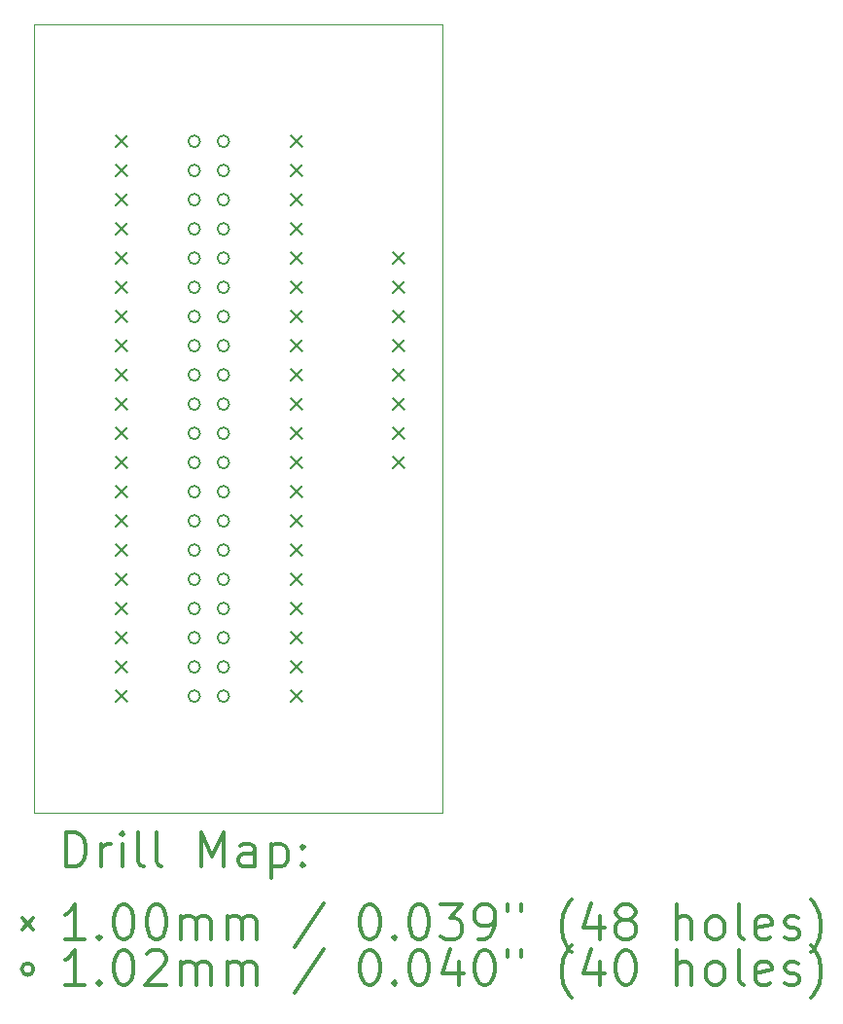
<source format=gbr>
%FSLAX45Y45*%
G04 Gerber Fmt 4.5, Leading zero omitted, Abs format (unit mm)*
G04 Created by KiCad (PCBNEW (5.1.6)-1) date 2020-08-11 03:39:34*
%MOMM*%
%LPD*%
G01*
G04 APERTURE LIST*
%TA.AperFunction,Profile*%
%ADD10C,0.050000*%
%TD*%
%ADD11C,0.200000*%
%ADD12C,0.300000*%
G04 APERTURE END LIST*
D10*
X12192000Y-12827000D02*
X12065000Y-12827000D01*
X12192000Y-5969000D02*
X12065000Y-5969000D01*
X15621000Y-12827000D02*
X14986000Y-12827000D01*
X15621000Y-5969000D02*
X15621000Y-12827000D01*
X15494000Y-5969000D02*
X15621000Y-5969000D01*
X14986000Y-5969000D02*
X15494000Y-5969000D01*
X12065000Y-12827000D02*
X12065000Y-5969000D01*
X14986000Y-12827000D02*
X12192000Y-12827000D01*
X12192000Y-5969000D02*
X14986000Y-5969000D01*
D11*
X12777000Y-6935000D02*
X12877000Y-7035000D01*
X12877000Y-6935000D02*
X12777000Y-7035000D01*
X12777000Y-7189000D02*
X12877000Y-7289000D01*
X12877000Y-7189000D02*
X12777000Y-7289000D01*
X12777000Y-7443000D02*
X12877000Y-7543000D01*
X12877000Y-7443000D02*
X12777000Y-7543000D01*
X12777000Y-7697000D02*
X12877000Y-7797000D01*
X12877000Y-7697000D02*
X12777000Y-7797000D01*
X12777000Y-7951000D02*
X12877000Y-8051000D01*
X12877000Y-7951000D02*
X12777000Y-8051000D01*
X12777000Y-8205000D02*
X12877000Y-8305000D01*
X12877000Y-8205000D02*
X12777000Y-8305000D01*
X12777000Y-8459000D02*
X12877000Y-8559000D01*
X12877000Y-8459000D02*
X12777000Y-8559000D01*
X12777000Y-8713000D02*
X12877000Y-8813000D01*
X12877000Y-8713000D02*
X12777000Y-8813000D01*
X12777000Y-8967000D02*
X12877000Y-9067000D01*
X12877000Y-8967000D02*
X12777000Y-9067000D01*
X12777000Y-9221000D02*
X12877000Y-9321000D01*
X12877000Y-9221000D02*
X12777000Y-9321000D01*
X12777000Y-9475000D02*
X12877000Y-9575000D01*
X12877000Y-9475000D02*
X12777000Y-9575000D01*
X12777000Y-9729000D02*
X12877000Y-9829000D01*
X12877000Y-9729000D02*
X12777000Y-9829000D01*
X12777000Y-9983000D02*
X12877000Y-10083000D01*
X12877000Y-9983000D02*
X12777000Y-10083000D01*
X12777000Y-10237000D02*
X12877000Y-10337000D01*
X12877000Y-10237000D02*
X12777000Y-10337000D01*
X12777000Y-10491000D02*
X12877000Y-10591000D01*
X12877000Y-10491000D02*
X12777000Y-10591000D01*
X12777000Y-10745000D02*
X12877000Y-10845000D01*
X12877000Y-10745000D02*
X12777000Y-10845000D01*
X12777000Y-10999000D02*
X12877000Y-11099000D01*
X12877000Y-10999000D02*
X12777000Y-11099000D01*
X12777000Y-11253000D02*
X12877000Y-11353000D01*
X12877000Y-11253000D02*
X12777000Y-11353000D01*
X12777000Y-11507000D02*
X12877000Y-11607000D01*
X12877000Y-11507000D02*
X12777000Y-11607000D01*
X12777000Y-11761000D02*
X12877000Y-11861000D01*
X12877000Y-11761000D02*
X12777000Y-11861000D01*
X15190000Y-7951000D02*
X15290000Y-8051000D01*
X15290000Y-7951000D02*
X15190000Y-8051000D01*
X15190000Y-8205000D02*
X15290000Y-8305000D01*
X15290000Y-8205000D02*
X15190000Y-8305000D01*
X15190000Y-8459000D02*
X15290000Y-8559000D01*
X15290000Y-8459000D02*
X15190000Y-8559000D01*
X15190000Y-8713000D02*
X15290000Y-8813000D01*
X15290000Y-8713000D02*
X15190000Y-8813000D01*
X15190000Y-8967000D02*
X15290000Y-9067000D01*
X15290000Y-8967000D02*
X15190000Y-9067000D01*
X15190000Y-9221000D02*
X15290000Y-9321000D01*
X15290000Y-9221000D02*
X15190000Y-9321000D01*
X15190000Y-9475000D02*
X15290000Y-9575000D01*
X15290000Y-9475000D02*
X15190000Y-9575000D01*
X15190000Y-9729000D02*
X15290000Y-9829000D01*
X15290000Y-9729000D02*
X15190000Y-9829000D01*
X14301000Y-6935000D02*
X14401000Y-7035000D01*
X14401000Y-6935000D02*
X14301000Y-7035000D01*
X14301000Y-7189000D02*
X14401000Y-7289000D01*
X14401000Y-7189000D02*
X14301000Y-7289000D01*
X14301000Y-7443000D02*
X14401000Y-7543000D01*
X14401000Y-7443000D02*
X14301000Y-7543000D01*
X14301000Y-7697000D02*
X14401000Y-7797000D01*
X14401000Y-7697000D02*
X14301000Y-7797000D01*
X14301000Y-7951000D02*
X14401000Y-8051000D01*
X14401000Y-7951000D02*
X14301000Y-8051000D01*
X14301000Y-8205000D02*
X14401000Y-8305000D01*
X14401000Y-8205000D02*
X14301000Y-8305000D01*
X14301000Y-8459000D02*
X14401000Y-8559000D01*
X14401000Y-8459000D02*
X14301000Y-8559000D01*
X14301000Y-8713000D02*
X14401000Y-8813000D01*
X14401000Y-8713000D02*
X14301000Y-8813000D01*
X14301000Y-8967000D02*
X14401000Y-9067000D01*
X14401000Y-8967000D02*
X14301000Y-9067000D01*
X14301000Y-9221000D02*
X14401000Y-9321000D01*
X14401000Y-9221000D02*
X14301000Y-9321000D01*
X14301000Y-9475000D02*
X14401000Y-9575000D01*
X14401000Y-9475000D02*
X14301000Y-9575000D01*
X14301000Y-9729000D02*
X14401000Y-9829000D01*
X14401000Y-9729000D02*
X14301000Y-9829000D01*
X14301000Y-9983000D02*
X14401000Y-10083000D01*
X14401000Y-9983000D02*
X14301000Y-10083000D01*
X14301000Y-10237000D02*
X14401000Y-10337000D01*
X14401000Y-10237000D02*
X14301000Y-10337000D01*
X14301000Y-10491000D02*
X14401000Y-10591000D01*
X14401000Y-10491000D02*
X14301000Y-10591000D01*
X14301000Y-10745000D02*
X14401000Y-10845000D01*
X14401000Y-10745000D02*
X14301000Y-10845000D01*
X14301000Y-10999000D02*
X14401000Y-11099000D01*
X14401000Y-10999000D02*
X14301000Y-11099000D01*
X14301000Y-11253000D02*
X14401000Y-11353000D01*
X14401000Y-11253000D02*
X14301000Y-11353000D01*
X14301000Y-11507000D02*
X14401000Y-11607000D01*
X14401000Y-11507000D02*
X14301000Y-11607000D01*
X14301000Y-11761000D02*
X14401000Y-11861000D01*
X14401000Y-11761000D02*
X14301000Y-11861000D01*
X13512800Y-6985000D02*
G75*
G03*
X13512800Y-6985000I-50800J0D01*
G01*
X13512800Y-7239000D02*
G75*
G03*
X13512800Y-7239000I-50800J0D01*
G01*
X13512800Y-7493000D02*
G75*
G03*
X13512800Y-7493000I-50800J0D01*
G01*
X13512800Y-7747000D02*
G75*
G03*
X13512800Y-7747000I-50800J0D01*
G01*
X13512800Y-8001000D02*
G75*
G03*
X13512800Y-8001000I-50800J0D01*
G01*
X13512800Y-8255000D02*
G75*
G03*
X13512800Y-8255000I-50800J0D01*
G01*
X13512800Y-8509000D02*
G75*
G03*
X13512800Y-8509000I-50800J0D01*
G01*
X13512800Y-8763000D02*
G75*
G03*
X13512800Y-8763000I-50800J0D01*
G01*
X13512800Y-9017000D02*
G75*
G03*
X13512800Y-9017000I-50800J0D01*
G01*
X13512800Y-9271000D02*
G75*
G03*
X13512800Y-9271000I-50800J0D01*
G01*
X13512800Y-9525000D02*
G75*
G03*
X13512800Y-9525000I-50800J0D01*
G01*
X13512800Y-9779000D02*
G75*
G03*
X13512800Y-9779000I-50800J0D01*
G01*
X13512800Y-10033000D02*
G75*
G03*
X13512800Y-10033000I-50800J0D01*
G01*
X13512800Y-10287000D02*
G75*
G03*
X13512800Y-10287000I-50800J0D01*
G01*
X13512800Y-10541000D02*
G75*
G03*
X13512800Y-10541000I-50800J0D01*
G01*
X13512800Y-10795000D02*
G75*
G03*
X13512800Y-10795000I-50800J0D01*
G01*
X13512800Y-11049000D02*
G75*
G03*
X13512800Y-11049000I-50800J0D01*
G01*
X13512800Y-11303000D02*
G75*
G03*
X13512800Y-11303000I-50800J0D01*
G01*
X13512800Y-11557000D02*
G75*
G03*
X13512800Y-11557000I-50800J0D01*
G01*
X13512800Y-11811000D02*
G75*
G03*
X13512800Y-11811000I-50800J0D01*
G01*
X13766800Y-6985000D02*
G75*
G03*
X13766800Y-6985000I-50800J0D01*
G01*
X13766800Y-7239000D02*
G75*
G03*
X13766800Y-7239000I-50800J0D01*
G01*
X13766800Y-7493000D02*
G75*
G03*
X13766800Y-7493000I-50800J0D01*
G01*
X13766800Y-7747000D02*
G75*
G03*
X13766800Y-7747000I-50800J0D01*
G01*
X13766800Y-8001000D02*
G75*
G03*
X13766800Y-8001000I-50800J0D01*
G01*
X13766800Y-8255000D02*
G75*
G03*
X13766800Y-8255000I-50800J0D01*
G01*
X13766800Y-8509000D02*
G75*
G03*
X13766800Y-8509000I-50800J0D01*
G01*
X13766800Y-8763000D02*
G75*
G03*
X13766800Y-8763000I-50800J0D01*
G01*
X13766800Y-9017000D02*
G75*
G03*
X13766800Y-9017000I-50800J0D01*
G01*
X13766800Y-9271000D02*
G75*
G03*
X13766800Y-9271000I-50800J0D01*
G01*
X13766800Y-9525000D02*
G75*
G03*
X13766800Y-9525000I-50800J0D01*
G01*
X13766800Y-9779000D02*
G75*
G03*
X13766800Y-9779000I-50800J0D01*
G01*
X13766800Y-10033000D02*
G75*
G03*
X13766800Y-10033000I-50800J0D01*
G01*
X13766800Y-10287000D02*
G75*
G03*
X13766800Y-10287000I-50800J0D01*
G01*
X13766800Y-10541000D02*
G75*
G03*
X13766800Y-10541000I-50800J0D01*
G01*
X13766800Y-10795000D02*
G75*
G03*
X13766800Y-10795000I-50800J0D01*
G01*
X13766800Y-11049000D02*
G75*
G03*
X13766800Y-11049000I-50800J0D01*
G01*
X13766800Y-11303000D02*
G75*
G03*
X13766800Y-11303000I-50800J0D01*
G01*
X13766800Y-11557000D02*
G75*
G03*
X13766800Y-11557000I-50800J0D01*
G01*
X13766800Y-11811000D02*
G75*
G03*
X13766800Y-11811000I-50800J0D01*
G01*
D12*
X12348928Y-13295214D02*
X12348928Y-12995214D01*
X12420357Y-12995214D01*
X12463214Y-13009500D01*
X12491786Y-13038071D01*
X12506071Y-13066643D01*
X12520357Y-13123786D01*
X12520357Y-13166643D01*
X12506071Y-13223786D01*
X12491786Y-13252357D01*
X12463214Y-13280929D01*
X12420357Y-13295214D01*
X12348928Y-13295214D01*
X12648928Y-13295214D02*
X12648928Y-13095214D01*
X12648928Y-13152357D02*
X12663214Y-13123786D01*
X12677500Y-13109500D01*
X12706071Y-13095214D01*
X12734643Y-13095214D01*
X12834643Y-13295214D02*
X12834643Y-13095214D01*
X12834643Y-12995214D02*
X12820357Y-13009500D01*
X12834643Y-13023786D01*
X12848928Y-13009500D01*
X12834643Y-12995214D01*
X12834643Y-13023786D01*
X13020357Y-13295214D02*
X12991786Y-13280929D01*
X12977500Y-13252357D01*
X12977500Y-12995214D01*
X13177500Y-13295214D02*
X13148928Y-13280929D01*
X13134643Y-13252357D01*
X13134643Y-12995214D01*
X13520357Y-13295214D02*
X13520357Y-12995214D01*
X13620357Y-13209500D01*
X13720357Y-12995214D01*
X13720357Y-13295214D01*
X13991786Y-13295214D02*
X13991786Y-13138071D01*
X13977500Y-13109500D01*
X13948928Y-13095214D01*
X13891786Y-13095214D01*
X13863214Y-13109500D01*
X13991786Y-13280929D02*
X13963214Y-13295214D01*
X13891786Y-13295214D01*
X13863214Y-13280929D01*
X13848928Y-13252357D01*
X13848928Y-13223786D01*
X13863214Y-13195214D01*
X13891786Y-13180929D01*
X13963214Y-13180929D01*
X13991786Y-13166643D01*
X14134643Y-13095214D02*
X14134643Y-13395214D01*
X14134643Y-13109500D02*
X14163214Y-13095214D01*
X14220357Y-13095214D01*
X14248928Y-13109500D01*
X14263214Y-13123786D01*
X14277500Y-13152357D01*
X14277500Y-13238071D01*
X14263214Y-13266643D01*
X14248928Y-13280929D01*
X14220357Y-13295214D01*
X14163214Y-13295214D01*
X14134643Y-13280929D01*
X14406071Y-13266643D02*
X14420357Y-13280929D01*
X14406071Y-13295214D01*
X14391786Y-13280929D01*
X14406071Y-13266643D01*
X14406071Y-13295214D01*
X14406071Y-13109500D02*
X14420357Y-13123786D01*
X14406071Y-13138071D01*
X14391786Y-13123786D01*
X14406071Y-13109500D01*
X14406071Y-13138071D01*
X11962500Y-13739500D02*
X12062500Y-13839500D01*
X12062500Y-13739500D02*
X11962500Y-13839500D01*
X12506071Y-13925214D02*
X12334643Y-13925214D01*
X12420357Y-13925214D02*
X12420357Y-13625214D01*
X12391786Y-13668071D01*
X12363214Y-13696643D01*
X12334643Y-13710929D01*
X12634643Y-13896643D02*
X12648928Y-13910929D01*
X12634643Y-13925214D01*
X12620357Y-13910929D01*
X12634643Y-13896643D01*
X12634643Y-13925214D01*
X12834643Y-13625214D02*
X12863214Y-13625214D01*
X12891786Y-13639500D01*
X12906071Y-13653786D01*
X12920357Y-13682357D01*
X12934643Y-13739500D01*
X12934643Y-13810929D01*
X12920357Y-13868071D01*
X12906071Y-13896643D01*
X12891786Y-13910929D01*
X12863214Y-13925214D01*
X12834643Y-13925214D01*
X12806071Y-13910929D01*
X12791786Y-13896643D01*
X12777500Y-13868071D01*
X12763214Y-13810929D01*
X12763214Y-13739500D01*
X12777500Y-13682357D01*
X12791786Y-13653786D01*
X12806071Y-13639500D01*
X12834643Y-13625214D01*
X13120357Y-13625214D02*
X13148928Y-13625214D01*
X13177500Y-13639500D01*
X13191786Y-13653786D01*
X13206071Y-13682357D01*
X13220357Y-13739500D01*
X13220357Y-13810929D01*
X13206071Y-13868071D01*
X13191786Y-13896643D01*
X13177500Y-13910929D01*
X13148928Y-13925214D01*
X13120357Y-13925214D01*
X13091786Y-13910929D01*
X13077500Y-13896643D01*
X13063214Y-13868071D01*
X13048928Y-13810929D01*
X13048928Y-13739500D01*
X13063214Y-13682357D01*
X13077500Y-13653786D01*
X13091786Y-13639500D01*
X13120357Y-13625214D01*
X13348928Y-13925214D02*
X13348928Y-13725214D01*
X13348928Y-13753786D02*
X13363214Y-13739500D01*
X13391786Y-13725214D01*
X13434643Y-13725214D01*
X13463214Y-13739500D01*
X13477500Y-13768071D01*
X13477500Y-13925214D01*
X13477500Y-13768071D02*
X13491786Y-13739500D01*
X13520357Y-13725214D01*
X13563214Y-13725214D01*
X13591786Y-13739500D01*
X13606071Y-13768071D01*
X13606071Y-13925214D01*
X13748928Y-13925214D02*
X13748928Y-13725214D01*
X13748928Y-13753786D02*
X13763214Y-13739500D01*
X13791786Y-13725214D01*
X13834643Y-13725214D01*
X13863214Y-13739500D01*
X13877500Y-13768071D01*
X13877500Y-13925214D01*
X13877500Y-13768071D02*
X13891786Y-13739500D01*
X13920357Y-13725214D01*
X13963214Y-13725214D01*
X13991786Y-13739500D01*
X14006071Y-13768071D01*
X14006071Y-13925214D01*
X14591786Y-13610929D02*
X14334643Y-13996643D01*
X14977500Y-13625214D02*
X15006071Y-13625214D01*
X15034643Y-13639500D01*
X15048928Y-13653786D01*
X15063214Y-13682357D01*
X15077500Y-13739500D01*
X15077500Y-13810929D01*
X15063214Y-13868071D01*
X15048928Y-13896643D01*
X15034643Y-13910929D01*
X15006071Y-13925214D01*
X14977500Y-13925214D01*
X14948928Y-13910929D01*
X14934643Y-13896643D01*
X14920357Y-13868071D01*
X14906071Y-13810929D01*
X14906071Y-13739500D01*
X14920357Y-13682357D01*
X14934643Y-13653786D01*
X14948928Y-13639500D01*
X14977500Y-13625214D01*
X15206071Y-13896643D02*
X15220357Y-13910929D01*
X15206071Y-13925214D01*
X15191786Y-13910929D01*
X15206071Y-13896643D01*
X15206071Y-13925214D01*
X15406071Y-13625214D02*
X15434643Y-13625214D01*
X15463214Y-13639500D01*
X15477500Y-13653786D01*
X15491786Y-13682357D01*
X15506071Y-13739500D01*
X15506071Y-13810929D01*
X15491786Y-13868071D01*
X15477500Y-13896643D01*
X15463214Y-13910929D01*
X15434643Y-13925214D01*
X15406071Y-13925214D01*
X15377500Y-13910929D01*
X15363214Y-13896643D01*
X15348928Y-13868071D01*
X15334643Y-13810929D01*
X15334643Y-13739500D01*
X15348928Y-13682357D01*
X15363214Y-13653786D01*
X15377500Y-13639500D01*
X15406071Y-13625214D01*
X15606071Y-13625214D02*
X15791786Y-13625214D01*
X15691786Y-13739500D01*
X15734643Y-13739500D01*
X15763214Y-13753786D01*
X15777500Y-13768071D01*
X15791786Y-13796643D01*
X15791786Y-13868071D01*
X15777500Y-13896643D01*
X15763214Y-13910929D01*
X15734643Y-13925214D01*
X15648928Y-13925214D01*
X15620357Y-13910929D01*
X15606071Y-13896643D01*
X15934643Y-13925214D02*
X15991786Y-13925214D01*
X16020357Y-13910929D01*
X16034643Y-13896643D01*
X16063214Y-13853786D01*
X16077500Y-13796643D01*
X16077500Y-13682357D01*
X16063214Y-13653786D01*
X16048928Y-13639500D01*
X16020357Y-13625214D01*
X15963214Y-13625214D01*
X15934643Y-13639500D01*
X15920357Y-13653786D01*
X15906071Y-13682357D01*
X15906071Y-13753786D01*
X15920357Y-13782357D01*
X15934643Y-13796643D01*
X15963214Y-13810929D01*
X16020357Y-13810929D01*
X16048928Y-13796643D01*
X16063214Y-13782357D01*
X16077500Y-13753786D01*
X16191786Y-13625214D02*
X16191786Y-13682357D01*
X16306071Y-13625214D02*
X16306071Y-13682357D01*
X16748928Y-14039500D02*
X16734643Y-14025214D01*
X16706071Y-13982357D01*
X16691786Y-13953786D01*
X16677500Y-13910929D01*
X16663214Y-13839500D01*
X16663214Y-13782357D01*
X16677500Y-13710929D01*
X16691786Y-13668071D01*
X16706071Y-13639500D01*
X16734643Y-13596643D01*
X16748928Y-13582357D01*
X16991786Y-13725214D02*
X16991786Y-13925214D01*
X16920357Y-13610929D02*
X16848928Y-13825214D01*
X17034643Y-13825214D01*
X17191786Y-13753786D02*
X17163214Y-13739500D01*
X17148928Y-13725214D01*
X17134643Y-13696643D01*
X17134643Y-13682357D01*
X17148928Y-13653786D01*
X17163214Y-13639500D01*
X17191786Y-13625214D01*
X17248928Y-13625214D01*
X17277500Y-13639500D01*
X17291786Y-13653786D01*
X17306071Y-13682357D01*
X17306071Y-13696643D01*
X17291786Y-13725214D01*
X17277500Y-13739500D01*
X17248928Y-13753786D01*
X17191786Y-13753786D01*
X17163214Y-13768071D01*
X17148928Y-13782357D01*
X17134643Y-13810929D01*
X17134643Y-13868071D01*
X17148928Y-13896643D01*
X17163214Y-13910929D01*
X17191786Y-13925214D01*
X17248928Y-13925214D01*
X17277500Y-13910929D01*
X17291786Y-13896643D01*
X17306071Y-13868071D01*
X17306071Y-13810929D01*
X17291786Y-13782357D01*
X17277500Y-13768071D01*
X17248928Y-13753786D01*
X17663214Y-13925214D02*
X17663214Y-13625214D01*
X17791786Y-13925214D02*
X17791786Y-13768071D01*
X17777500Y-13739500D01*
X17748928Y-13725214D01*
X17706071Y-13725214D01*
X17677500Y-13739500D01*
X17663214Y-13753786D01*
X17977500Y-13925214D02*
X17948928Y-13910929D01*
X17934643Y-13896643D01*
X17920357Y-13868071D01*
X17920357Y-13782357D01*
X17934643Y-13753786D01*
X17948928Y-13739500D01*
X17977500Y-13725214D01*
X18020357Y-13725214D01*
X18048928Y-13739500D01*
X18063214Y-13753786D01*
X18077500Y-13782357D01*
X18077500Y-13868071D01*
X18063214Y-13896643D01*
X18048928Y-13910929D01*
X18020357Y-13925214D01*
X17977500Y-13925214D01*
X18248928Y-13925214D02*
X18220357Y-13910929D01*
X18206071Y-13882357D01*
X18206071Y-13625214D01*
X18477500Y-13910929D02*
X18448928Y-13925214D01*
X18391786Y-13925214D01*
X18363214Y-13910929D01*
X18348928Y-13882357D01*
X18348928Y-13768071D01*
X18363214Y-13739500D01*
X18391786Y-13725214D01*
X18448928Y-13725214D01*
X18477500Y-13739500D01*
X18491786Y-13768071D01*
X18491786Y-13796643D01*
X18348928Y-13825214D01*
X18606071Y-13910929D02*
X18634643Y-13925214D01*
X18691786Y-13925214D01*
X18720357Y-13910929D01*
X18734643Y-13882357D01*
X18734643Y-13868071D01*
X18720357Y-13839500D01*
X18691786Y-13825214D01*
X18648928Y-13825214D01*
X18620357Y-13810929D01*
X18606071Y-13782357D01*
X18606071Y-13768071D01*
X18620357Y-13739500D01*
X18648928Y-13725214D01*
X18691786Y-13725214D01*
X18720357Y-13739500D01*
X18834643Y-14039500D02*
X18848928Y-14025214D01*
X18877500Y-13982357D01*
X18891786Y-13953786D01*
X18906071Y-13910929D01*
X18920357Y-13839500D01*
X18920357Y-13782357D01*
X18906071Y-13710929D01*
X18891786Y-13668071D01*
X18877500Y-13639500D01*
X18848928Y-13596643D01*
X18834643Y-13582357D01*
X12062500Y-14185500D02*
G75*
G03*
X12062500Y-14185500I-50800J0D01*
G01*
X12506071Y-14321214D02*
X12334643Y-14321214D01*
X12420357Y-14321214D02*
X12420357Y-14021214D01*
X12391786Y-14064071D01*
X12363214Y-14092643D01*
X12334643Y-14106929D01*
X12634643Y-14292643D02*
X12648928Y-14306929D01*
X12634643Y-14321214D01*
X12620357Y-14306929D01*
X12634643Y-14292643D01*
X12634643Y-14321214D01*
X12834643Y-14021214D02*
X12863214Y-14021214D01*
X12891786Y-14035500D01*
X12906071Y-14049786D01*
X12920357Y-14078357D01*
X12934643Y-14135500D01*
X12934643Y-14206929D01*
X12920357Y-14264071D01*
X12906071Y-14292643D01*
X12891786Y-14306929D01*
X12863214Y-14321214D01*
X12834643Y-14321214D01*
X12806071Y-14306929D01*
X12791786Y-14292643D01*
X12777500Y-14264071D01*
X12763214Y-14206929D01*
X12763214Y-14135500D01*
X12777500Y-14078357D01*
X12791786Y-14049786D01*
X12806071Y-14035500D01*
X12834643Y-14021214D01*
X13048928Y-14049786D02*
X13063214Y-14035500D01*
X13091786Y-14021214D01*
X13163214Y-14021214D01*
X13191786Y-14035500D01*
X13206071Y-14049786D01*
X13220357Y-14078357D01*
X13220357Y-14106929D01*
X13206071Y-14149786D01*
X13034643Y-14321214D01*
X13220357Y-14321214D01*
X13348928Y-14321214D02*
X13348928Y-14121214D01*
X13348928Y-14149786D02*
X13363214Y-14135500D01*
X13391786Y-14121214D01*
X13434643Y-14121214D01*
X13463214Y-14135500D01*
X13477500Y-14164071D01*
X13477500Y-14321214D01*
X13477500Y-14164071D02*
X13491786Y-14135500D01*
X13520357Y-14121214D01*
X13563214Y-14121214D01*
X13591786Y-14135500D01*
X13606071Y-14164071D01*
X13606071Y-14321214D01*
X13748928Y-14321214D02*
X13748928Y-14121214D01*
X13748928Y-14149786D02*
X13763214Y-14135500D01*
X13791786Y-14121214D01*
X13834643Y-14121214D01*
X13863214Y-14135500D01*
X13877500Y-14164071D01*
X13877500Y-14321214D01*
X13877500Y-14164071D02*
X13891786Y-14135500D01*
X13920357Y-14121214D01*
X13963214Y-14121214D01*
X13991786Y-14135500D01*
X14006071Y-14164071D01*
X14006071Y-14321214D01*
X14591786Y-14006929D02*
X14334643Y-14392643D01*
X14977500Y-14021214D02*
X15006071Y-14021214D01*
X15034643Y-14035500D01*
X15048928Y-14049786D01*
X15063214Y-14078357D01*
X15077500Y-14135500D01*
X15077500Y-14206929D01*
X15063214Y-14264071D01*
X15048928Y-14292643D01*
X15034643Y-14306929D01*
X15006071Y-14321214D01*
X14977500Y-14321214D01*
X14948928Y-14306929D01*
X14934643Y-14292643D01*
X14920357Y-14264071D01*
X14906071Y-14206929D01*
X14906071Y-14135500D01*
X14920357Y-14078357D01*
X14934643Y-14049786D01*
X14948928Y-14035500D01*
X14977500Y-14021214D01*
X15206071Y-14292643D02*
X15220357Y-14306929D01*
X15206071Y-14321214D01*
X15191786Y-14306929D01*
X15206071Y-14292643D01*
X15206071Y-14321214D01*
X15406071Y-14021214D02*
X15434643Y-14021214D01*
X15463214Y-14035500D01*
X15477500Y-14049786D01*
X15491786Y-14078357D01*
X15506071Y-14135500D01*
X15506071Y-14206929D01*
X15491786Y-14264071D01*
X15477500Y-14292643D01*
X15463214Y-14306929D01*
X15434643Y-14321214D01*
X15406071Y-14321214D01*
X15377500Y-14306929D01*
X15363214Y-14292643D01*
X15348928Y-14264071D01*
X15334643Y-14206929D01*
X15334643Y-14135500D01*
X15348928Y-14078357D01*
X15363214Y-14049786D01*
X15377500Y-14035500D01*
X15406071Y-14021214D01*
X15763214Y-14121214D02*
X15763214Y-14321214D01*
X15691786Y-14006929D02*
X15620357Y-14221214D01*
X15806071Y-14221214D01*
X15977500Y-14021214D02*
X16006071Y-14021214D01*
X16034643Y-14035500D01*
X16048928Y-14049786D01*
X16063214Y-14078357D01*
X16077500Y-14135500D01*
X16077500Y-14206929D01*
X16063214Y-14264071D01*
X16048928Y-14292643D01*
X16034643Y-14306929D01*
X16006071Y-14321214D01*
X15977500Y-14321214D01*
X15948928Y-14306929D01*
X15934643Y-14292643D01*
X15920357Y-14264071D01*
X15906071Y-14206929D01*
X15906071Y-14135500D01*
X15920357Y-14078357D01*
X15934643Y-14049786D01*
X15948928Y-14035500D01*
X15977500Y-14021214D01*
X16191786Y-14021214D02*
X16191786Y-14078357D01*
X16306071Y-14021214D02*
X16306071Y-14078357D01*
X16748928Y-14435500D02*
X16734643Y-14421214D01*
X16706071Y-14378357D01*
X16691786Y-14349786D01*
X16677500Y-14306929D01*
X16663214Y-14235500D01*
X16663214Y-14178357D01*
X16677500Y-14106929D01*
X16691786Y-14064071D01*
X16706071Y-14035500D01*
X16734643Y-13992643D01*
X16748928Y-13978357D01*
X16991786Y-14121214D02*
X16991786Y-14321214D01*
X16920357Y-14006929D02*
X16848928Y-14221214D01*
X17034643Y-14221214D01*
X17206071Y-14021214D02*
X17234643Y-14021214D01*
X17263214Y-14035500D01*
X17277500Y-14049786D01*
X17291786Y-14078357D01*
X17306071Y-14135500D01*
X17306071Y-14206929D01*
X17291786Y-14264071D01*
X17277500Y-14292643D01*
X17263214Y-14306929D01*
X17234643Y-14321214D01*
X17206071Y-14321214D01*
X17177500Y-14306929D01*
X17163214Y-14292643D01*
X17148928Y-14264071D01*
X17134643Y-14206929D01*
X17134643Y-14135500D01*
X17148928Y-14078357D01*
X17163214Y-14049786D01*
X17177500Y-14035500D01*
X17206071Y-14021214D01*
X17663214Y-14321214D02*
X17663214Y-14021214D01*
X17791786Y-14321214D02*
X17791786Y-14164071D01*
X17777500Y-14135500D01*
X17748928Y-14121214D01*
X17706071Y-14121214D01*
X17677500Y-14135500D01*
X17663214Y-14149786D01*
X17977500Y-14321214D02*
X17948928Y-14306929D01*
X17934643Y-14292643D01*
X17920357Y-14264071D01*
X17920357Y-14178357D01*
X17934643Y-14149786D01*
X17948928Y-14135500D01*
X17977500Y-14121214D01*
X18020357Y-14121214D01*
X18048928Y-14135500D01*
X18063214Y-14149786D01*
X18077500Y-14178357D01*
X18077500Y-14264071D01*
X18063214Y-14292643D01*
X18048928Y-14306929D01*
X18020357Y-14321214D01*
X17977500Y-14321214D01*
X18248928Y-14321214D02*
X18220357Y-14306929D01*
X18206071Y-14278357D01*
X18206071Y-14021214D01*
X18477500Y-14306929D02*
X18448928Y-14321214D01*
X18391786Y-14321214D01*
X18363214Y-14306929D01*
X18348928Y-14278357D01*
X18348928Y-14164071D01*
X18363214Y-14135500D01*
X18391786Y-14121214D01*
X18448928Y-14121214D01*
X18477500Y-14135500D01*
X18491786Y-14164071D01*
X18491786Y-14192643D01*
X18348928Y-14221214D01*
X18606071Y-14306929D02*
X18634643Y-14321214D01*
X18691786Y-14321214D01*
X18720357Y-14306929D01*
X18734643Y-14278357D01*
X18734643Y-14264071D01*
X18720357Y-14235500D01*
X18691786Y-14221214D01*
X18648928Y-14221214D01*
X18620357Y-14206929D01*
X18606071Y-14178357D01*
X18606071Y-14164071D01*
X18620357Y-14135500D01*
X18648928Y-14121214D01*
X18691786Y-14121214D01*
X18720357Y-14135500D01*
X18834643Y-14435500D02*
X18848928Y-14421214D01*
X18877500Y-14378357D01*
X18891786Y-14349786D01*
X18906071Y-14306929D01*
X18920357Y-14235500D01*
X18920357Y-14178357D01*
X18906071Y-14106929D01*
X18891786Y-14064071D01*
X18877500Y-14035500D01*
X18848928Y-13992643D01*
X18834643Y-13978357D01*
M02*

</source>
